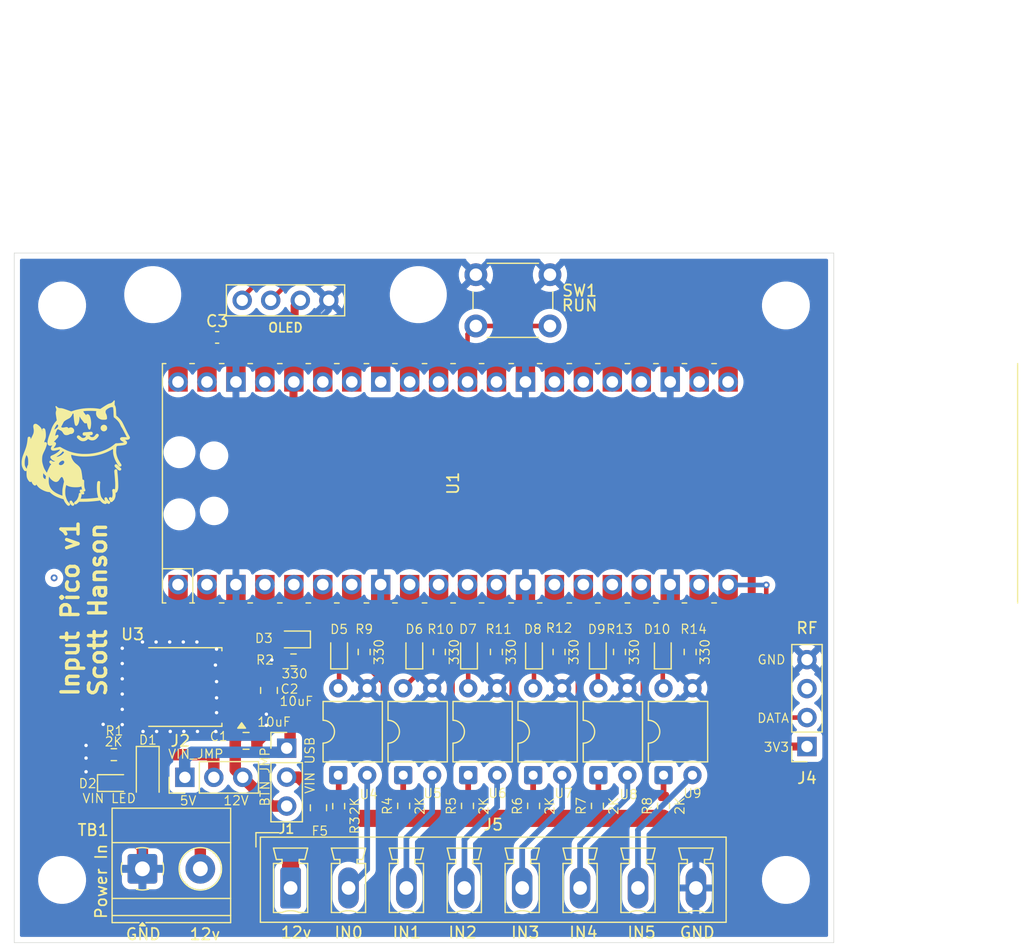
<source format=kicad_pcb>
(kicad_pcb (version 20241229) (generator "pcbnew") (generator_version "9.0")
  (title_block (title "Input Pico") (date "2025-04-08") (rev "v1") (company "Scott Hanson"))
  (layers (0 "F.Cu" signal) (2 "B.Cu" signal) (13 "F.Paste" user) (15 "B.Paste" user) (5 "F.SilkS" user "F.Silkscreen") (7 "B.SilkS" user "B.Silkscreen") (1 "F.Mask" user) (3 "B.Mask" user) (25 "Edge.Cuts" user))
  (net 0 "")
  (net 1 "GND")
  (net 2 "+5V")
  (net 3 "/VIN")
  (net 4 "VIN1")
  (net 5 "Net-(D2-K)")
  (net 6 "Net-(D3-A)")
  (net 7 "Net-(D3-K)")
  (net 8 "IO9")
  (net 9 "Net-(D5-A)")
  (net 10 "IO11")
  (net 11 "Net-(D6-A)")
  (net 12 "Net-(D7-A)")
  (net 13 "IO4")
  (net 14 "IO13")
  (net 15 "Net-(D8-A)")
  (net 16 "IO6")
  (net 17 "Net-(D9-A)")
  (net 18 "Net-(D10-A)")
  (net 19 "IO7")
  (net 20 "B_PWR")
  (net 21 "/Micro/SDA")
  (net 22 "+3V3")
  (net 23 "/Micro/SCL")
  (net 24 "IN3")
  (net 25 "IN4")
  (net 26 "IN5")
  (net 27 "IN0")
  (net 28 "IN2")
  (net 29 "IN1")
  (net 30 "Net-(R3-Pad2)")
  (net 31 "Net-(R4-Pad2)")
  (net 32 "Net-(R5-Pad2)")
  (net 33 "Net-(R6-Pad2)")
  (net 34 "Net-(R7-Pad2)")
  (net 35 "Net-(R8-Pad2)")
  (net 45 "Net-(J4-Pin_2)")
  (net 54 "Net-(U1-RUN)")
  (net 57 "unconnected-(U1-GPIO5-Pad7)")
  (net 58 "VIN2")
  (net 59 "/B_PWR_F")
  (footprint "LED_SMD:LED_0603_1608Metric" (layer "F.Cu") (at 123.3 130 90)
    (property "Reference" "D9")
    (property "Value" "LED_Small")
  )
  (footprint "Capacitor_SMD:C_0805_2012Metric" (layer "F.Cu") (at 94.45 133.375 -90)
    (property "Reference" "C2")
    (property "Value" "10uF")
  )
  (footprint "Resistor_SMD:R_0603_1608Metric" (layer "F.Cu") (at 80.84 139.01 180)
    (property "Reference" "R1")
    (property "Value" "2K")
  )
  (footprint "Resistor_SMD:R_0603_1608Metric" (layer "F.Cu") (at 117.665 143.505 90)
    (property "Reference" "R6")
    (property "Value" "2K")
  )
  (footprint "Resistor_SMD:R_0603_1608Metric" (layer "F.Cu") (at 102.8 130 90)
    (property "Reference" "R9")
    (property "Value" "330")
  )
  (footprint "LED_SMD:LED_0603_1608Metric" (layer "F.Cu") (at 117.7 130 90)
    (property "Reference" "D8")
    (property "Value" "LED_Small")
  )
  (footprint "MCU_RaspberryPi_and_Boards:RPi_Pico_W5500_SMD_TH" (layer "F.Cu") (at 110.6 115.2 90)
    (property "Reference" "U1")
    (property "Value" "Pico")
  )
  (footprint "Connector_PinHeader_2.54mm:PinHeader_1x03_P2.54mm_Vertical" (layer "F.Cu") (at 96 138.44)
    (property "Reference" "J1")
    (property "Value" "BTN_JMP")
  )
  (footprint "Capacitor_SMD:C_0805_2012Metric" (layer "F.Cu") (at 92.44 137.8)
    (property "Reference" "C1")
    (property "Value" "10uF")
  )
  (footprint "Scotts:chewi_15" (layer "F.Cu") (at 77.291295 111.396242)
    (property "Reference" "G***")
    (property "Value" "LOGO" (hide yes))
  )
  (footprint "Connector_PinSocket_2.54mm:PinSocket_1x04_P2.54mm_Vertical" (layer "F.Cu") (at 141.65 138.295 180)
    (property "Reference" "J4")
    (property "Value" "RF")
  )
  (footprint "Resistor_SMD:R_0603_1608Metric" (layer "F.Cu") (at 125.2 130 90)
    (property "Reference" "R13")
    (property "Value" "330")
  )
  (footprint "Resistor_SMD:R_0603_1608Metric" (layer "F.Cu") (at 96.6 130.7 180)
    (property "Reference" "R2")
    (property "Value" "330")
  )
  (footprint "Resistor_SMD:R_0603_1608Metric" (layer "F.Cu") (at 100.565 143.53 90)
    (property "Reference" "R3")
    (property "Value" "2K")
  )
  (footprint "MountingHole:MountingHole_3.7mm" (layer "F.Cu") (at 139.8 150)
    (property "Reference" "H4")
    (property "Value" "MountingHole")
  )
  (footprint "MountingHole:MountingHole_3.7mm" (layer "F.Cu") (at 139.8 99.6)
    (property "Reference" "H3")
    (property "Value" "MountingHole")
  )
  (footprint "MountingHole:MountingHole_3.7mm" (layer "F.Cu") (at 76.3 150)
    (property "Reference" "H2")
    (property "Value" "MountingHole")
  )
  (footprint "Resistor_SMD:R_0603_1608Metric" (layer "F.Cu") (at 131.4 130 90)
    (property "Reference" "R14")
    (property "Value" "330")
  )
  (footprint "Fuse:Fuse_0805_2012Metric" (layer "F.Cu") (at 98.79 143.67 90)
    (property "Reference" "F5")
    (property "Value" "Button_Fuse")
  )
  (footprint "Package_DIP:DIP-4_W7.62mm" (layer "F.Cu") (at 117.625 140.81 90)
    (property "Reference" "U7")
    (property "Value" "PC817")
  )
  (footprint "LED_SMD:LED_0603_1608Metric" (layer "F.Cu") (at 80.89 141.5)
    (property "Reference" "D2")
    (property "Value" "VIN LED")
  )
  (footprint "LED_SMD:LED_0603_1608Metric" (layer "F.Cu") (at 100.6 130 90)
    (property "Reference" "D5")
    (property "Value" "LED_Small")
  )
  (footprint "Package_DIP:DIP-4_W7.62mm" (layer "F.Cu") (at 111.925 140.805 90)
    (property "Reference" "U6")
    (property "Value" "PC817")
  )
  (footprint "Package_DIP:DIP-4_W7.62mm" (layer "F.Cu") (at 106.225 140.805 90)
    (property "Reference" "U5")
    (property "Value" "PC817")
  )
  (footprint "Resistor_SMD:R_0603_1608Metric" (layer "F.Cu") (at 109.4 130 90)
    (property "Reference" "R10")
    (property "Value" "330")
  )
  (footprint "TerminalBlock_Phoenix:TerminalBlock_Phoenix_MKDS-1,5-2-5.08_1x02_P5.08mm_Horizontal" (layer "F.Cu") (at 83.345 149.025)
    (property "Reference" "TB1")
    (property "Value" "Power In")
  )
  (footprint "Resistor_SMD:R_0603_1608Metric" (layer "F.Cu") (at 119.9 130 90)
    (property "Reference" "R12")
    (property "Value" "330")
  )
  (footprint "Package_DIP:DIP-4_W7.62mm" (layer "F.Cu") (at 123.35 140.81 90)
    (property "Reference" "U8")
    (property "Value" "PC817")
  )
  (footprint "Resistor_SMD:R_0603_1608Metric" (layer "F.Cu") (at 111.865 143.505 90)
    (property "Reference" "R5")
    (property "Value" "2K")
  )
  (footprint "Resistor_SMD:R_0603_1608Metric" (layer "F.Cu") (at 114.4 130 90)
    (property "Reference" "R11")
    (property "Value" "330")
  )
  (footprint "MountingHole:MountingHole_3.7mm" (layer "F.Cu") (at 76.3 99.6)
    (property "Reference" "H1")
    (property "Value" "MountingHole")
  )
  (footprint "Package_DIP:DIP-4_W7.62mm" (layer "F.Cu") (at 129.065 140.805 90)
    (property "Reference" "U9")
    (property "Value" "PC817")
  )
  (footprint "LED_SMD:LED_0603_1608Metric" (layer "F.Cu") (at 107.2 130 90)
    (property "Reference" "D6")
    (property "Value" "LED_Small")
  )
  (footprint "Resistor_SMD:R_0603_1608Metric" (layer "F.Cu") (at 123.265 143.505 90)
    (property "Reference" "R7")
    (property "Value" "2K")
  )
  (footprint "Diode_SMD:D_SOD-123" (layer "F.Cu") (at 83.81 140.6525 -90)
    (property "Reference" "D1" (hide yes))
    (property "Value" "B5819W")
  )
  (footprint "Resistor_SMD:R_0603_1608Metric" (layer "F.Cu") (at 129.065 143.505 90)
    (property "Reference" "R8")
    (property "Value" "2K")
  )
  (footprint "Connector_Phoenix_MC_HighVoltage:PhoenixContact_MCV_1,5_8-G-5.08_1x08_P5.08mm_Vertical" (layer "F.Cu") (at 96.345 150.705)
    (property "Reference" "J5")
    (property "Value" "Buttons")
  )
  (footprint "Button_Switch_THT:SW_PUSH_6mm" (layer "F.Cu") (at 119.1 101.4 180)
    (property "Reference" "SW1")
    (property "Value" "RUN")
  )
  (footprint "Capacitor_SMD:C_0603_1608Metric" (layer "F.Cu") (at 89.9 102.4)
    (property "Reference" "C3")
    (property "Value" "0.1uF")
  )
  (footprint "Connector_PinHeader_2.54mm:PinHeader_1x03_P2.54mm_Vertical" (layer "F.Cu") (at 87.07 141 90)
    (property "Reference" "J2")
    (property "Value" "VIN_JMP")
  )
  (footprint "LED_SMD:LED_0603_1608Metric" (layer "F.Cu") (at 96.6 128.9 180)
    (property "Reference" "D3")
    (property "Value" "LED")
  )
  (footprint "Resistor_SMD:R_0603_1608Metric" (layer "F.Cu") (at 106.265 143.505 90)
    (property "Reference" "R4")
    (property "Value" "2K")
  )
  (footprint "Package_TO_SOT_SMD:TO-252-2" (layer "F.Cu") (at 87.01 133.075 180)
    (property "Reference" "U3")
    (property "Value" "L7805")
  )
  (footprint "OLED-SSD1306-128X64-I2C:OLED-SSD1306-128X64-I2C-THT" (layer "F.Cu") (at 95.9 99.15 180)
    (property "Reference" "J3" (hide yes))
    (property "Value" "OLED")
  )
  (footprint "LED_SMD:LED_0603_1608Metric" (layer "F.Cu") (at 112 130 90)
    (property "Reference" "D7")
    (property "Value" "LED_Small")
  )
  (footprint "Package_DIP:DIP-4_W7.62mm" (layer "F.Cu") (at 100.525 140.805 90)
    (property "Reference" "U4")
    (property "Value" "PC817")
  )
  (footprint "LED_SMD:LED_0603_1608Metric" (layer "F.Cu") (at 129 130 90)
    (property "Reference" "D10")
    (property "Value" "LED_Small")
  )
  (gr_line (start 144 155.5) (end 72.1 155.5) (stroke (width 0.05)) (layer "Edge.Cuts"))
  (gr_line (start 72.1 95) (end 144 95) (stroke (width 0.05)) (layer "Edge.Cuts"))
  (gr_line (start 144 95) (end 144 155.5) (stroke (width 0.05)) (layer "Edge.Cuts"))
  (gr_line (start 72.1 155.5) (end 72.1 95) (stroke (width 0.05)) (layer "Edge.Cuts"))
  (gr_text "VIN" (at 98.51 142.5 90) (layer "F.SilkS") (effects (font (size 0.8 0.8) (thickness 0.1)) (justify left bottom)))
  (gr_text "IN5" (at 125.8 155.2 0) (layer "F.SilkS") (effects (font (size 1 1)) (justify left bottom)))
  (gr_text "5V" (at 86.56 143.52 0) (layer "F.SilkS") (effects (font (size 0.8 0.8) (thickness 0.1)) (justify left bottom)))
  (gr_text "GND" (at 81.8 155.35 0) (layer "F.SilkS") (effects (font (size 1 1)) (justify left bottom)))
  (gr_text "DATA" (at 137.225 136.275 0) (layer "F.SilkS") (effects (font (size 0.8 0.8) (thickness 0.1)) (justify left bottom)))
  (gr_text "IN3" (at 115.6 155.2 0) (layer "F.SilkS") (effects (font (size 1 1)) (justify left bottom)))
  (gr_text "12V" (at 90.39 143.51 0) (layer "F.SilkS") (effects (font (size 0.8 0.8) (thickness 0.1)) (justify left bottom)))
  (gr_text "GND" (at 137.25 131.15 0) (layer "F.SilkS") (effects (font (size 0.8 0.8) (thickness 0.1)) (justify left bottom)))
  (gr_text "IN0" (at 100.1 155.2 0) (layer "F.SilkS") (effects (font (size 1 1)) (justify left bottom)))
  (gr_text "IN2" (at 110.1 155.2 0) (layer "F.SilkS") (effects (font (size 1 1)) (justify left bottom)))
  (gr_text "12v" (at 95.4 155.2 0) (layer "F.SilkS") (effects (font (size 1 1)) (justify left bottom)))
  (gr_text "IN1" (at 105.2 155.2 0) (layer "F.SilkS") (effects (font (size 1 1)) (justify left bottom)))
  (gr_text "IN4" (at 120.7 155.2 0) (layer "F.SilkS") (effects (font (size 1 1)) (justify left bottom)))
  (gr_text "USB" (at 98.5 139.91 90) (layer "F.SilkS") (effects (font (size 0.8 0.8) (thickness 0.1)) (justify left bottom)))
  (gr_text "${TITLE} ${REVISION}\n${COMPANY}" (at 80.31 134.05 90) (layer "F.SilkS") (effects (font (size 1.5 1.5) (thickness 0.3) (bold yes)) (justify left bottom)))
  (gr_text "3V3" (at 137.8 138.825 0) (layer "F.SilkS") (effects (font (size 0.8 0.8) (thickness 0.1)) (justify left bottom)))
  (gr_text "12v" (at 87.4 155.35 0) (layer "F.SilkS") (effects (font (size 1 1)) (justify left bottom)))
  (gr_text "GND" (at 130.4 155.2 0) (layer "F.SilkS") (effects (font (size 1 1)) (justify left bottom)))
  (via (at 75.6 123.5) (size 0.6) (drill 0.3) (layers "F.Cu" "B.Cu") (net 0))
  (segment (start 81.65 137.46) (end 81.65 138.995) (width 1) (layer "F.Cu") (net 1))
  (segment (start 83.345 147.185) (end 78.4 142.24) (width 1) (layer "F.Cu") (net 1))
  (segment (start 85.95 130.9) (end 83.8 130.9) (width 1) (layer "F.Cu") (net 1))
  (segment (start 81.65 138.995) (end 81.665 139.01) (width 1) (layer "F.Cu") (net 1))
  (segment (start 81.55 136.35) (end 81.65 136.45) (width 1) (layer "F.Cu") (net 1))
  (segment (start 81.65 133.85) (end 81.65 135.925) (width 1) (layer "F.Cu") (net 1))
  (segment (start 78.4 139.31) (end 78.4 138.2) (width 1) (layer "F.Cu") (net 1))
  (segment (start 78.4 142.24) (end 78.4 140.51) (width 1) (layer "F.Cu") (net 1))
  (segment (start 93.39 137.8) (end 93.47 137.8) (width 1) (layer "F.Cu") (net 1))
  (segment (start 91.54 106.3) (end 91.54 103.265) (width 1) (layer "F.Cu") (net 1))
  (segment (start 78.4 138.2) (end 78.4 137.21) (width 1) (layer "F.Cu") (net 1))
  (segment (start 91.54 103.265) (end 90.675 102.4) (width 1) (layer "F.Cu") (net 1))
  (segment (start 83.7 131.8) (end 81.65 133.85) (width 1) (layer "F.Cu") (net 1))
  (segment (start 78.4 137.21) (end 79.26 136.35) (width 1) (layer "F.Cu") (net 1))
  (segment (start 91.55 106.31) (end 91.54 106.3) (width 1) (layer "F.Cu") (net 1))
  (segment (start 81.65 135.925) (end 81.65 137.46) (width 1) (layer "F.Cu") (net 1))
  (segment (start 83.7 131) (end 83.7 131.8) (width 1) (layer "F.Cu") (net 1))
  (segment (start 93.47 137.8) (end 94.22 137.05) (width 1) (layer "F.Cu") (net 1))
  (segment (start 94.7 130.7) (end 95.775 130.7) (width 1) (layer "F.Cu") (net 1))
  (segment (start 78.4 140.51) (end 78.4 139.31) (width 1) (layer "F.Cu") (net 1))
  (segment (start 94.22 137.05) (end 94.22 136.44) (width 1) (layer "F.Cu") (net 1))
  (segment (start 81.65 136.45) (end 81.65 137.46) (width 1) (layer "F.Cu") (net 1))
  (segment (start 79.26 136.35) (end 79.9 136.35) (width 1) (layer "F.Cu") (net 1))
  (segment (start 79.9 136.35) (end 81.55 136.35) (width 1) (layer "F.Cu") (net 1))
  (segment (start 94.22 136.44) (end 94.22 135.46) (width 1) (layer "F.Cu") (net 1))
  (segment (start 83.8 130.9) (end 83.7 131) (width 1) (layer "F.Cu") (net 1))
  (segment (start 94.22 135.46) (end 94.22 134.555) (width 1) (layer "F.Cu") (net 1))
  (segment (start 94.22 134.555) (end 94.45 134.325) (width 1) (layer "F.Cu") (net 1))
  (segment (start 83.345 149.025) (end 83.345 147.185) (width 1) (layer "F.Cu") (net 1))
  (via (at 89.75 131.15) (size 0.6) (drill 0.3) (layers "F.Cu" "B.Cu") (net 1))
  (via (at 89.85 129.75) (size 0.6) (drill 0.3) (layers "F.Cu" "B.Cu") (net 1))
  (via (at 89.775 136.975) (size 0.6) (drill 0.3) (layers "F.Cu" "B.Cu") (net 1))
  (via (at 86.98125 136.975) (size 0.6) (drill 0.3) (layers "F.Cu" "B.Cu") (net 1))
  (via (at 81.575 136.375) (size 0.6) (drill 0.3) (layers "F.Cu" "B.Cu") (net 1))
  (via (at 78.4 140.51) (size 0.6) (drill 0.3) (layers "F.Cu" "B.Cu") (net 1))
  (via (at 83.4 136.975) (size 0.6) (drill 0.3) (layers "F.Cu" "B.Cu") (net 1))
  (via (at 81.575 135.035) (size 0.6) (drill 0.3) (layers "F.Cu" "B.Cu") (net 1))
  (via (at 89.85 132.6) (size 0.6) (drill 0.3) (layers "F.Cu" "B.Cu") (net 1))
  (via (at 84.54375 129.125) (size 0.6) (drill 0.3) (layers "F.Cu" "B.Cu") (net 1))
  (via (at 79.9 136.35) (size 0.6) (drill 0.3) (layers "F.Cu" "B.Cu") (net 1))
  (via (at 84.59375 136.975) (size 0.6) (drill 0.3) (layers "F.Cu" "B.Cu") (net 1))
  (via (at 81.575 132.355) (size 0.6) (drill 0.3) (layers "F.Cu" "B.Cu") (net 1))
  (via (at 86.93125 129.125) (size 0.6) (drill 0.3) (layers "F.Cu" "B.Cu") (net 1))
  (via (at 83.35 129.125) (size 0.6) (drill 0.3) (layers "F.Cu" "B.Cu") (net 1))
  (via (at 81.575 131.015) (size 0.6) (drill 0.3) (layers "F.Cu" "B.Cu") (net 1))
  (via (at 88.125 129.125) (size 0.6) (drill 0.3) (layers "F.Cu" "B.Cu") (net 1))
  (via (at 88.175 136.975) (size 0.6) (drill 0.3) (layers "F.Cu" "B.Cu") (net 1))
  (via (at 94.22 136.44) (size 0.6) (drill 0.3) (layers "F.Cu" "B.Cu") (net 1))
  (via (at 78.4 139.31) (size 0.6) (drill 0.3) (layers "F.Cu" "B.Cu") (net 1))
  (via (at 78.4 138.2) (size 0.6) (drill 0.3) (layers "F.Cu" "B.Cu") (net 1))
  (via (at 89.85 134.025) (size 0.6) (drill 0.3) (layers "F.Cu" "B.Cu") (net 1))
  (via (at 94.7 130.7) (size 0.6) (drill 0.3) (layers "F.Cu" "B.Cu") (net 1))
  (via (at 81.575 133.695) (size 0.6) (drill 0.3) (layers "F.Cu" "B.Cu") (net 1))
  (via (at 85.7875 136.975) (size 0.6) (drill 0.3) (layers "F.Cu" "B.Cu") (net 1))
  (via (at 94.22 135.46) (size 0.6) (drill 0.3) (layers "F.Cu" "B.Cu") (net 1))
  (via (at 81.575 129.675) (size 0.6) (drill 0.3) (layers "F.Cu" "B.Cu") (net 1))
  (via (at 89.85 135.325) (size 0.6) (drill 0.3) (layers "F.Cu" "B.Cu") (net 1))
  (via (at 85.7375 129.125) (size 0.6) (drill 0.3) (layers "F.Cu" "B.Cu") (net 1))
  (segment (start 135.65 140.85) (end 135.65 137.23) (width 0.5) (layer "B.Cu") (net 1))
  (segment (start 125.89 133.21) (end 125.89 133.19) (width 0.5) (layer "B.Cu") (net 1))
  (segment (start 91.55 101.85) (end 91.55 106.31) (width 0.5) (layer "B.Cu") (net 1))
  (segment (start 108.785 133.185) (end 111.05 135.45) (width 0.5) (layer "B.Cu") (net 1))
  (segment (start 99.7 99.15) (end 99.7 100) (width 0.5) (layer "B.Cu") (net 1))
  (segment (start 89.75 131.15) (end 83.92 136.98) (width 0.5) (layer "B.Cu") (net 1))
  (segment (start 95.725 135) (end 95.265 135.46) (width 0.5) (layer "B.Cu") (net 1))
  (segment (start 104.25 132) (end 103.065 133.185) (width 0.5) (layer "B.Cu") (net 1))
  (segment (start 106.4 135.55) (end 108.765 133.185) (width 0.5) (layer "B.Cu") (net 1))
  (segment (start 94.22 131.18) (end 94.7 130.7) (width 0.5) (layer "B.Cu") (net 1))
  (segment (start 117 100.8) (end 116.95 100.85) (width 0.5) (layer "B.Cu") (net 1))
  (segment (start 114.535 133.185) (end 116.85 135.5) (width 0.5) (layer "B.Cu") (net 1))
  (segment (start 104.25 124.09) (end 104.25 132) (width 0.5) (layer "B.Cu") (net 1))
  (segment (start 129.75 131.35) (end 129.75 124.19) (width 0.5) (layer "B.Cu") (net 1))
  (segment (start 116.95 124.09) (end 116.95 106.31) (width 0.5) (layer "B.Cu") (net 1))
  (segment (start 131.585 133.185) (end 129.75 131.35) (width 0.5) (layer "B.Cu") (net 1))
  (segment (start 88.125 129.125) (end 90.075 129.125) (width 0.5) (layer "B.Cu") (net 1))
  (segment (start 112.6 96.9) (end 113.85 98.15) (width 0.5) (layer "B.Cu") (net 1))
  (segment (start 113.85 98.15) (end 115.95 98.15) (width 0.5) (layer "B.Cu") (net 1))
  (segment (start 103.065 133.185) (end 105.43 135.55) (width 0.5) (layer "B.Cu") (net 1))
  (segment (start 101.275 134.975) (end 98.225 134.975) (width 0.5) (layer "B.Cu") (net 1))
  (segment (start 135.65 137.23) (end 131.605 133.185) (width 0.5) (layer "B.Cu") (net 1))
  (segment (start 114.465 133.185) (end 114.535 133.185) (width 0.5) (layer "B.Cu") (net 1))
  (segment (start 115.95 98.15) (end 116.95 99.15) (width 0.5) (layer "B.Cu") (net 1))
  (segment (start 119.1 96.9) (end 119.1 97) (width 0.5) (layer "B.Cu") (net 1))
  (segment (start 129.65 106.31) (end 129.65 124.09) (width 0.5) (layer "B.Cu") (net 1))
  (segment (start 83.4 136.975) (end 94.22 136.975) (width 0.5) (layer "B.Cu") (net 1))
  (segment (start 122.5 135.55) (end 123.55 135.55) (width 0.5) (layer "B.Cu") (net 1))
  (segment (start 105.43 135.55) (end 106.4 135.55) (width 0.5) (layer "B.Cu") (net 1))
  (segment (start 117 99.1) (end 117 100.8) (width 0.5) (layer "B.Cu") (net 1))
  (segment (start 103.065 133.185) (end 101.275 134.975) (width 0.5) (layer "B.Cu") (net 1))
  (segment (start 95.265 135.46) (end 94.22 135.46) (width 0.5) (layer "B.Cu") (net 1))
  (segment (start 123.55 135.55) (end 125.89 133.21) (width 0.5) (layer "B.Cu") (net 1))
  (segment (start 91.55 127.55) (end 91.55 124.09) (width 0.5) (layer "B.Cu") (net 1))
  (segment (start 131.605 133.185) (end 131.605 133.195) (width 0.5) (layer "B.Cu") (net 1))
  (segment (start 83.405 136.98) (end 83.4 136.975) (width 0.5) (layer "B.Cu") (net 1))
  (segment (start 116.95 99.15) (end 116.95 106.31) (width 0.5) (layer "B.Cu") (net 1))
  (segment (start 117.85 135.5) (end 120.16 133.19) (width 0.5) (layer "B.Cu") (net 1))
  (segment (start 98.2 135) (end 95.725 135) (width 0.5) (layer "B.Cu") (net 1))
  (segment (start 131.905 150.705) (end 131.905 153.595) (width 0.5) (layer "B.Cu") (net 1))
  (segment (start 119.1 97) (end 117 99.1) (width 0.5) (layer "B.Cu") (net 1))
  (segment (start 83.41 136.985) (end 83.4 136.975) (width 0.5) (layer "B.Cu") (net 1))
  (segment (start 131.905 144.595) (end 135.65 140.85) (width 0.5) (layer "B.Cu") (net 1))
  (segment (start 99.7 100) (end 97.85 101.85) (width 0.5) (layer "B.Cu") (net 1))
  (segment (start 90.075 129.125) (end 91.55 127.65) (width 0.5) (layer "B.Cu") (net 1))
  (segment (start 131.35 154.15) (end 83.41 154.15) (width 0.5) (layer "B.Cu") (net 1))
  (segment (start 83.41 154.15) (end 83.41 136.985) (width 0.5) (layer "B.Cu") (net 1))
  (segment (start 120.165 133.215) (end 122.5 135.55) (width 0.5) (layer "B.Cu") (net 1))
  (segment (start 94.22 136.975) (end 94.22 131.18) (width 0.5) (layer "B.Cu") (net 1))
  (segment (start 131.905 153.595) (end 131.35 154.15) (width 0.5) (layer "B.Cu") (net 1))
  (segment (start 97.85 101.85) (end 91.55 101.85) (width 0.5) (layer "B.Cu") (net 1))
  (segment (start 98.225 134.975) (end 98.2 135) (width 0.5) (layer "B.Cu") (net 1))
  (segment (start 131.605 133.195) (end 129.25 135.55) (width 0.5) (layer "B.Cu") (net 1))
  (segment (start 129.25 135.55) (end 128.25 135.55) (width 0.5) (layer "B.Cu") (net 1))
  (segment (start 116.95 130.7) (end 114.465 133.185) (width 0.5) (layer "B.Cu") (net 1))
  (segment (start 94.7 130.7) (end 91.55 127.55) (width 0.5) (layer "B.Cu") (net 1))
  (segment (start 116.95 124.09) (end 116.95 130.7) (width 0.5) (layer "B.Cu") (net 1))
  (segment (start 112.2 135.45) (end 114.465 133.185) (width 0.5) (layer "B.Cu") (net 1))
  (segment (start 131.905 150.705) (end 131.905 144.595) (width 0.5) (layer "B.Cu") (net 1))
  (segment (start 129.75 124.19) (end 129.65 124.09) (width 0.5) (layer "B.Cu") (net 1))
  (segment (start 120.165 133.19) (end 120.165 133.215) (width 0.5) (layer "B.Cu") (net 1))
  (segment (start 120.16 133.19) (end 120.165 133.19) (width 0.5) (layer "B.Cu") (net 1))
  (segment (start 111.05 135.45) (end 112.2 135.45) (width 0.5) (layer "B.Cu") (net 1))
  (segment (start 88.125 129.275) (end 89.75 130.9) (width 0.5) (layer "B.Cu") (net 1))
  (segment (start 83.92 136.98) (end 83.405 136.98) (width 0.5) (layer "B.Cu") (net 1))
  (segment (start 88.125 129.125) (end 88.125 129.275) (width 0.5) (layer "B.Cu") (net 1))
  (segment (start 116.85 135.5) (end 117.85 135.5) (width 0.5) (layer "B.Cu") (net 1))
  (segment (start 89.75 130.9) (end 89.75 131.15) (width 0.5) (layer "B.Cu") (net 1))
  (segment (start 91.55 127.65) (end 91.55 124.09) (width 0.5) (layer "B.Cu") (net 1))
  (segment (start 108.765 133.185) (end 108.785 133.185) (width 0.5) (layer "B.Cu") (net 1))
  (segment (start 91.55 106.31) (end 91.55 124.09) (width 0.5) (layer "B.Cu") (net 1))
  (segment (start 128.25 135.55) (end 125.89 133.19) (width 0.5) (layer "B.Cu") (net 1))
  (segment (start 131.605 133.185) (end 131.585 133.185) (width 0.5) (layer "B.Cu") (net 1))
  (segment (start 89 106.3) (end 89 102.525) (width 1) (layer "F.Cu") (net 2))
  (segment (start 89.01 106.31) (end 89 106.3) (width 1) (layer "F.Cu") (net 2))
  (segment (start 96.3 133.05) (end 96.3 138.25) (width 1) (layer "F.Cu") (net 2))
  (segment (start 92.1 132.425) (end 92.05 132.375) (width 1) (layer "F.Cu") (net 2))
  (segment (start 94.45 132.425) (end 92.1 132.425) (width 1) (layer "F.Cu") (net 2))
  (segment (start 92.05 132.375) (end 92.05 130.795) (width 1) (layer "F.Cu") (net 2))
  (segment (start 84.3 127.6) (end 83.4 126.7) (width 1) (layer "F.Cu") (net 2))
  (segment (start 96.11 138.44) (end 96 138.44) (width 1) (layer "F.Cu") (net 2))
  (segment (start 84.5 102.4) (end 89.125 102.4) (width 1) (layer "F.Cu") (net 2))
  (segment (start 92.05 128.75) (end 90.9 127.6) (width 1) (layer "F.Cu") (net 2))
  (segment (start 92.05 130.795) (end 92.05 128.75) (width 1) (layer "F.Cu") (net 2))
  (segment (start 95.675 132.425) (end 96.3 133.05) (width 1) (layer "F.Cu") (net 2))
  (segment (start 90.9 127.6) (end 84.3 127.6) (width 1) (layer "F.Cu") (net 2))
  (segment (start 83.4 103.5) (end 84.5 102.4) (width 1) (layer "F.Cu") (net 2))
  (segment (start 94.45 132.425) (end 95.675 132.425) (width 1) (layer "F.Cu") (net 2))
  (segment (start 83.4 126.7) (end 83.4 103.5) (width 1) (layer "F.Cu") (net 2))
  (segment (start 89 102.525) (end 89.125 102.4) (width 1) (layer "F.Cu") (net 2))
  (segment (start 96.3 138.25) (end 96.11 138.44) (width 1) (layer "F.Cu") (net 2))
  (segment (start 96 138.44) (end 95.64 138.8) (width 1) (layer "B.Cu") (net 2))
  (segment (start 87.05 139.43) (end 87.05 140.98) (width 1) (layer "B.Cu") (net 2))
  (segment (start 87.68 138.8) (end 87.05 139.43) (width 1) (layer "B.Cu") (net 2))
  (segment (start 95.64 138.8) (end 87.68 138.8) (width 1) (layer "B.Cu") (net 2))
  (segment (start 87.05 140.98) (end 87.07 141) (width 1) (layer "B.Cu") (net 2))
  (segment (start 83.8175 139.01) (end 83.81 139.0025) (width 1) (layer "F.Cu") (net 3))
  (segment (start 89.61 141) (end 89.61 139.42) (width 1) (layer "F.Cu") (net 3))
  (segment (start 89.61 139.42) (end 89.2 139.01) (width 1) (layer "F.Cu") (net 3))
  (segment (start 89.2 139.01) (end 83.8175 139.01) (width 1) (layer "F.Cu") (net 3))
  (segment (start 88.425 149.025) (end 88.425 149.335) (width 1) (layer "F.Cu") (net 4))
  (segment (start 83.0075 141.5) (end 83.81 142.3025) (width 1) (layer "F.Cu") (net 4))
  (segment (start 88.425 146.935) (end 88.425 149.025) (width 1) (layer "F.Cu") (net 4))
  (segment (start 83.81 142.3025) (end 83.81 142.32) (width 1) (layer "F.Cu") (net 4))
  (segment (start 83.81 142.32) (end 88.425 146.935) (width 1) (layer "F.Cu") (net 4))
  (segment (start 81.6775 141.5) (end 83.0075 141.5) (width 1) (layer "F.Cu") (net 4))
  (segment (start 80.015 141.4125) (end 80.1025 141.5) (width 0.4) (layer "F.Cu") (net 5))
  (segment (start 80.015 139.01) (end 80.015 141.4125) (width 0.4) (layer "F.Cu") (net 5))
  (segment (start 94.1 128.2) (end 94.1 124.1) (width 0.5) (layer "F.Cu") (net 6))
  (segment (start 95.8125 128.9) (end 94.8 128.9) (width 0.5) (layer "F.Cu") (net 6))
  (segment (start 94.8 128.9) (end 94.1 128.2) (width 0.5) (layer "F.Cu") (net 6))
  (segment (start 94.1 124.1) (end 94.09 124.09) (width 0.4) (layer "F.Cu") (net 6))
  (segment (start 97.3875 130.6625) (end 97.425 130.7) (width 0.5) (layer "F.Cu") (net 7))
  (segment (start 97.3875 128.9) (end 97.3875 130.6625) (width 0.5) (layer "F.Cu") (net 7))
  (segment (start 114.41 127.11) (end 114.41 124.09) (width 0.4) (layer "F.Cu") (net 8))
  (segment (start 116.7875 130.7875) (end 116.1 130.1) (width 0.4) (layer "F.Cu") (net 8))
  (segment (start 116.1 128.8) (end 114.41 127.11) (width 0.4) (layer "F.Cu") (net 8))
  (segment (start 117.7 133.115) (end 117.625 133.19) (width 0.4) (layer "F.Cu") (net 8))
  (segment (start 117.7 130.7875) (end 116.7875 130.7875) (width 0.4) (layer "F.Cu") (net 8))
  (segment (start 117.7 130.7875) (end 117.7 133.115) (width 0.4) (layer "F.Cu") (net 8))
  (segment (start 116.1 130.1) (end 116.1 128.8) (width 0.4) (layer "F.Cu") (net 8))
  (segment (start 100.8875 129.2125) (end 100.6 129.2125) (width 0.4) (layer "F.Cu") (net 9))
  (segment (start 100.9 129.2) (end 100.8875 129.2125) (width 0.4) (layer "F.Cu") (net 9))
  (segment (start 102.8 129.175) (end 102.55 129.175) (width 0.4) (layer "F.Cu") (net 9))
  (segment (start 102.55 129.175) (end 102.525 129.2) (width 0.4) (layer "F.Cu") (net 9))
  (segment (start 102.525 129.2) (end 100.9 129.2) (width 0.4) (layer "F.Cu") (net 9))
  (segment (start 122.9 130.7875) (end 122.8875 130.8) (width 0.4) (layer "F.Cu") (net 10))
  (segment (start 122.4 130.8) (end 122 130.4) (width 0.4) (layer "F.Cu") (net 10))
  (segment (start 123.35 133.19) (end 123.3 133.14) (width 0.4) (layer "F.Cu") (net 10))
  (segment (start 122.8875 130.8) (end 122.4 130.8) (width 0.4) (layer "F.Cu") (net 10))
  (segment (start 123.3 130.875) (end 123.2125 130.7875) (width 0.4) (layer "F.Cu") (net 10))
  (segment (start 123.3 133.14) (end 123.3 130.875) (width 0.4) (layer "F.Cu") (net 10))
  (segment (start 123.3 130.7875) (end 122.9 130.7875) (width 0.4) (layer "F.Cu") (net 10))
  (segment (start 123.2125 130.7875) (end 123.3 130.7875) (width 0.4) (layer "F.Cu") (net 10))
  (segment (start 122 124.12) (end 122.03 124.09) (width 0.4) (layer "F.Cu") (net 10))
  (segment (start 122 130.4) (end 122 124.12) (width 0.4) (layer "F.Cu") (net 10))
  (segment (start 108.975 129.2) (end 107.2125 129.2) (width 0.4) (layer "F.Cu") (net 11))
  (segment (start 109 129.175) (end 108.975 129.2) (width 0.4) (layer "F.Cu") (net 11))
  (segment (start 109.4 129.175) (end 109 129.175) (width 0.4) (layer "F.Cu") (net 11))
  (segment (start 107.2125 129.2) (end 107.2 129.2125) (width 0.4) (layer "F.Cu") (net 11))
  (segment (start 114 129.175) (end 113.975 129.2) (width 0.4) (layer "F.Cu") (net 12))
  (segment (start 114.4 129.175) (end 114 129.175) (width 0.4) (layer "F.Cu") (net 12))
  (segment (start 112.0125 129.2) (end 112 129.2125) (width 0.4) (layer "F.Cu") (net 12))
  (segment (start 113.975 129.2) (end 112.0125 129.2) (width 0.4) (layer "F.Cu") (net 12))
  (segment (start 100.6 133.11) (end 100.525 133.185) (width 0.4) (layer "F.Cu") (net 13))
  (segment (start 100.5875 130.8) (end 100.6 130.7875) (width 0.4) (layer "F.Cu") (net 13))
  (segment (start 99.2 124.12) (end 99.2 130.3) (width 0.4) (layer "F.Cu") (net 13))
  (segment (start 99.7 130.8) (end 100.5875 130.8) (width 0.4) (layer "F.Cu") (net 13))
  (segment (start 100.6 130.7875) (end 100.6 133.11) (width 0.4) (layer "F.Cu") (net 13))
  (segment (start 99.17 124.09) (end 99.2 124.12) (width 0.4) (layer "F.Cu") (net 13))
  (segment (start 99.2 130.3) (end 99.7 130.8) (width 0.4) (layer "F.Cu") (net 13))
  (segment (start 127.1 129.9) (end 127.1 124.1) (width 0.4) (layer "F.Cu") (net 14))
  (segment (start 129 130.7875) (end 128.9875 130.8) (width 0.4) (layer "F.Cu") (net 14))
  (segment (start 127.1 124.1) (end 127.11 124.09) (width 0.4) (layer "F.Cu") (net 14))
  (segment (start 129 130.7875) (end 129 133.12) (width 0.4) (layer "F.Cu") (net 14))
  (segment (start 128.9875 130.8) (end 128 130.8) (width 0.4) (layer "F.Cu") (net 14))
  (segment (start 129 133.12) (end 129.065 133.185) (width 0.4) (layer "F.Cu") (net 14))
  (segment (start 128 130.8) (end 127.1 129.9) (width 0.4) (layer "F.Cu") (net 14))
  (segment (start 117.7125 129.2) (end 117.7 129.2125) (width 0.4) (layer "F.Cu") (net 15))
  (segment (start 119.9 129.175) (end 119.1 129.175) (width 0.4) (layer "F.Cu") (net 15))
  (segment (start 119.1 129.175) (end 119.075 129.2) (width 0.4) (layer "F.Cu") (net 15))
  (segment (start 119.075 129.2) (end 117.7125 129.2) (width 0.4) (layer "F.Cu") (net 15))
  (segment (start 107.2 132.21) (end 106.225 133.185) (width 0.4) (layer "F.Cu") (net 16))
  (segment (start 106.79 127.11) (end 106.79 124.09) (width 0.4) (layer "F.Cu") (net 16))
  (segment (start 106 127.9) (end 106.79 127.11) (width 0.4) (layer "F.Cu") (net 16))
  (segment (start 107.2 130.7875) (end 107.2 132.21) (width 0.4) (layer "F.Cu") (net 16))
  (segment (start 107.2 130.7875) (end 106.3875 130.7875) (width 0.4) (layer "F.Cu") (net 16))
  (segment (start 106.3875 130.7875) (end 106 130.4) (width 0.4) (layer "F.Cu") (net 16))
  (segment (start 106 130.4) (end 106 127.9) (width 0.4) (layer "F.Cu") (net 16))
  (segment (start 124.9 129.175) (end 124.8625 129.2125) (width 0.4) (layer "F.Cu") (net 17))
  (segment (start 124.8625 129.2125) (end 123.3 129.2125) (width 0.4) (layer "F.Cu") (net 17))
  (segment (start 125.2 129.175) (end 124.9 129.175) (width 0.4) (layer "F.Cu") (net 17))
  (segment (start 129.0375 129.175) (end 129 129.2125) (width 0.4) (layer "F.Cu") (net 18))
  (segment (start 131.4 129.175) (end 129.0375 129.175) (width 0.4) (layer "F.Cu") (net 18))
  (segment (start 110.7 130.2) (end 110.7 128.4) (width 0.4) (layer "F.Cu") (net 19))
  (segment (start 112 130.7875) (end 111.2875 130.7875) (width 0.4) (layer "F.Cu") (net 19))
  (segment (start 109.33 127.03) (end 109.33 124.09) (width 0.4) (layer "F.Cu") (net 19))
  (segment (start 110.7 128.4) (end 109.33 127.03) (width 0.4) (layer "F.Cu") (net 19))
  (segment (start 111.2875 130.7875) (end 110.7 130.2) (width 0.4) (layer "F.Cu") (net 19))
  (segment (start 111.925 130.8625) (end 112 130.7875) (width 0.4) (layer "F.Cu") (net 19))
  (segment (start 111.925 133.185) (end 111.925 130.8625) (width 0.4) (layer "F.Cu") (net 19))
  (segment (start 96.345 150.705) (end 96.345 147.0525) (width 1.5) (layer "F.Cu") (net 20))
  (segment (start 96.345 147.0525) (end 98.79 144.6075) (width 1.5) (layer "F.Cu") (net 20))
  (segment (start 98.79 144.6075) (end 98.805 144.6075) (width 1.5) (layer "F.Cu") (net 20))
  (segment (start 98.8125 144.6) (end 129.0325 144.6) (width 1.5) (layer "F.Cu") (net 20))
  (segment (start 128.89 144.505) (end 129.065 144.33) (width 1) (layer "F.Cu") (net 20))
  (segment (start 98.805 144.6075) (end 98.8125 144.6) (width 1.5) (layer "F.Cu") (net 20))
  (segment (start 102.95 98.4) (end 109.33 104.78) (width 0.4) (layer "F.Cu") (net 21))
  (segment (start 101.55 96.2) (end 102.95 97.6) (width 0.4) (layer "F.Cu") (net 21))
  (segment (start 102.95 97.6) (end 102.95 98.4) (width 0.4) (layer "F.Cu") (net 21))
  (segment (start 92.1 99.15) (end 92.1 98.9) (width 0.4) (layer "F.Cu") (net 21))
  (segment (start 109.33 104.78) (end 109.33 106.31) (width 0.4) (layer "F.Cu") (net 21))
  (segment (start 92.1 98.9) (end 94.8 96.2) (width 0.4) (layer "F.Cu") (net 21))
  (segment (start 94.8 96.2) (end 101.55 96.2) (width 0.4) (layer "F.Cu") (net 21))
  (segment (start 136.8 127.65) (end 136.8 122.1) (width 0.7) (layer "F.Cu") (net 22))
  (segment (start 110.4 131.4) (end 109.825 130.825) (width 0.7) (layer "F.Cu") (net 22))
  (segment (start 120.325 130.8) (end 121.7 132.175) (width 0.7) (layer "F.Cu") (net 22))
  (segment (start 131.4 130.825) (end 133.625 130.825) (width 0.7) (layer "F.Cu") (net 22))
  (segment (start 96.6 109.2) (end 96.6 106.34) (width 0.7) (layer "F.Cu") (net 22))
  (segment (start 119.925 130.8) (end 120.325 130.8) (width 0.7) (layer "F.Cu") (net 22))
  (segment (start 96.7 99.65) (end 96.7 106.24) (width 0.7) (layer "F.Cu") (net 22))
  (segment (start 136.3 121.6) (end 109 121.6) (width 0.7) (layer "F.Cu") (net 22))
  (segment (start 137.895 138.295) (end 133.5 133.9) (width 0.7) (layer "F.Cu") (net 22))
  (segment (start 115.9 134.9) (end 110.4 134.9) (width 0.7) (layer "F.Cu") (net 22))
  (segment (start 121.7 132.175) (end 121.7 134.9) (width 0.7) (layer "F.Cu") (net 22))
  (segment (start 133.5 133.9) (end 132.5 134.9) (width 0.7) (layer "F.Cu") (net 22))
  (segment (start 96.6 106.34) (end 96.63 106.31) (width 0.7) (layer "F.Cu") (net 22))
  (segment (start 125.2 130.825) (end 125.825 130.825) (width 0.7) (layer "F.Cu") (net 22))
  (segment (start 104.6 132.625) (end 104.6 134.3) (width 0.7) (layer "F.Cu") (net 22))
  (segment (start 121.7 134.9) (end 115.9 134.9) (width 0.7) (layer "F.Cu") (net 22))
  (segment (start 115.9 134.9) (end 115.9 132.1) (width 0.7) (layer "F.Cu") (net 22))
  (segment (start 115.9 132.1) (end 114.625 130.825) (width 0.7) (layer "F.Cu") (net 22))
  (segment (start 133.35 130.825) (end 133.35 130.875) (width 0.7) (layer "F.Cu") (net 22))
  (segment (start 102.8 130.825) (end 104.6 132.625) (width 0.7) (layer "F.Cu") (net 22))
  (segment (start 104.6 134.3) (end 105.2 134.9) (width 0.7) (layer "F.Cu") (net 22))
  (segment (start 133.5 131.025) (end 133.5 133.9) (width 0.7) (layer "F.Cu") (net 22))
  (segment (start 110.4 134.9) (end 110.4 131.4) (width 0.7) (layer "F.Cu") (net 22))
  (segment (start 105.2 134.9) (end 110.4 134.9) (width 0.7) (layer "F.Cu") (net 22))
  (segment (start 127.4 132.4) (end 127.4 134.9) (width 0.7) (layer "F.Cu") (net 22))
  (segment (start 133.625 130.825) (end 136.8 127.65) (width 0.7) (layer "F.Cu") (net 22))
  (segment (start 114.625 130.825) (end 114.4 130.825) (width 0.7) (layer "F.Cu") (net 22))
  (segment (start 109.825 130.825) (end 109.4 130.825) (width 0.7) (layer "F.Cu") (net 22))
  (segment (start 125.825 130.825) (end 127.4 132.4) (width 0.7) (layer "F.Cu") (net 22))
  (segment (start 109 121.6) (end 96.6 109.2) (width 0.7) (layer "F.Cu") (net 22))
  (segment (start 133.35 130.875) (end 133.5 131.025) (width 0.7) (layer "F.Cu") (net 22))
  (segment (start 132.5 134.9) (end 127.4 134.9) (width 0.7) (layer "F.Cu") (net 22))
  (segment (start 141.65 138.295) (end 137.895 138.295) (width 0.7) (layer "F.Cu") (net 22))
  (segment (start 97.2 99.15) (end 96.7 99.65) (width 0.7) (layer "F.Cu") (net 22))
  (segment (start 136.8 122.1) (end 136.3 121.6) (width 0.7) (layer "F.Cu") (net 22))
  (segment (start 119.9 130.825) (end 119.925 130.8) (width 0.7) (layer "F.Cu") (net 22))
  (segment (start 96.7 106.24) (end 96.63 106.31) (width 0.7) (layer "F.Cu") (net 22))
  (segment (start 127.4 134.9) (end 121.7 134.9) (width 0.7) (layer "F.Cu") (net 22))
  (segment (start 96.75 97) (end 94.6 99.15) (width 0.4) (layer "F.Cu") (net 23))
  (segment (start 101.8 99.25) (end 101.8 97.8) (width 0.4) (layer "F.Cu") (net 23))
  (segment (start 106.79 104.24) (end 101.8 99.25) (width 0.4) (layer "F.Cu") (net 23))
  (segment (start 106.79 106.31) (end 106.79 104.24) (width 0.4) (layer "F.Cu") (net 23))
  (segment (start 101 97) (end 96.75 97) (width 0.4) (layer "F.Cu") (net 23))
  (segment (start 101.8 97.8) (end 101 97) (width 0.4) (layer "F.Cu") (net 23))
  (segment (start 120.165 143.635) (end 116.665 147.135) (width 0.5) (layer "B.Cu") (net 24))
  (segment (start 116.665 147.135) (end 116.665 150.705) (width 0.5) (layer "B.Cu") (net 24))
  (segment (start 120.165 140.81) (end 120.165 143.635) (width 0.5) (layer "B.Cu") (net 24))
  (segment (start 125.89 140.81) (end 125.89 142.76) (width 0.5) (layer "B.Cu") (net 25))
  (segment (start 125.89 142.76) (end 121.745 146.905) (width 0.5) (layer "B.Cu") (net 25))
  (segment (start 121.745 146.905) (end 121.745 150.705) (width 0.5) (layer "B.Cu") (net 25))
  (segment (start 126.825 145.625) (end 126.825 150.705) (width 0.5) (layer "B.Cu") (net 26))
  (segment (start 131.605 140.845) (end 126.825 145.625) (width 0.5) (layer "B.Cu") (net 26))
  (segment (start 131.605 140.805) (end 131.605 140.845) (width 0.5) (layer "B.Cu") (net 26))
  (segment (start 103.065 149.065) (end 101.425 150.705) (width 0.5) (layer "B.Cu") (net 27))
  (segment (start 103.065 140.805) (end 103.065 149.065) (width 0.5) (layer "B.Cu") (net 27))
  (segment (start 114.465 140.805) (end 114.465 143.585) (width 0.5) (layer "B.Cu") (net 28))
  (segment (start 114.465 143.585) (end 111.6 146.45) (width 0.5) (layer "B.Cu") (net 28))
  (segment (start 111.6 150.69) (end 111.585 150.705) (width 0.5) (layer "B.Cu") (net 28))
  (segment (start 111.6 146.45) (end 111.6 150.69) (width 0.5) (layer "B.Cu") (net 28))
  (segment (start 108.765 144.035) (end 106.5 146.3) (width 0.5) (layer "B.Cu") (net 29))
  (segment (start 106.505 146.305) (end 106.505 150.705) (width 0.5) (layer "B.Cu") (net 29))
  (segment (start 106.5 146.3) (end 106.505 146.305) (width 0.5) (layer "B.Cu") (net 29))
  (segment (start 108.765 140.805) (end 108.765 144.035) (width 0.5) (layer "B.Cu") (net 29))
  (segment (start 100.565 142.705) (end 100.565 140.845) (width 0.5) (layer "F.Cu") (net 30))
  (segment (start 100.565 140.845) (end 100.525 140.805) (width 0.5) (layer "F.Cu") (net 30))
  (segment (start 106.225 140.805) (end 106.225 142.64) (width 0.5) (layer "F.Cu") (net 31))
  (segment (start 106.225 142.64) (end 106.265 142.68) (width 0.5) (layer "F.Cu") (net 31))
  (segment (start 111.925 142.62) (end 111.865 142.68) (width 0.5) (layer "F.Cu") (net 32))
  (segment (start 111.925 140.805) (end 111.925 142.62) (width 0.5) (layer "F.Cu") (net 32))
  (segment (start 117.625 140.81) (end 117.625 142.64) (width 0.5) (layer "F.Cu") (net 33))
  (segment (start 117.625 142.64) (end 117.665 142.68) (width 0.5) (layer "F.Cu") (net 33))
  (segment (start 123.35 140.81) (end 123.35 142.595) (width 0.5) (layer "F.Cu") (net 34))
  (segment (start 123.35 142.595) (end 123.265 142.68) (width 0.5) (layer "F.Cu") (net 34))
  (segment (start 129.065 140.805) (end 129.065 142.68) (width 0.5) (layer "F.Cu") (net 35))
  (segment (start 141.65 135.755) (end 140.28 135.755) (width 0.4) (layer "F.Cu") (net 45))
  (segment (start 138.075 133.55) (end 138.075 124.125) (width 0.4) (layer "F.Cu") (net 45))
  (segment (start 140.28 135.755) (end 138.075 133.55) (width 0.4) (layer "F.Cu") (net 45))
  (via (at 138.075 124.125) (size 0.6) (drill 0.3) (layers "F.Cu" "B.Cu") (net 45))
  (segment (start 138.075 124.125) (end 134.765 124.125) (width 0.4) (layer "B.Cu") (net 45))
  (segment (start 134.765 124.125) (end 134.73 124.09) (width 0.4) (layer "B.Cu") (net 45))
  (segment (start 112.6 101.4) (end 119.1 101.4) (width 0.4) (layer "F.Cu") (net 54))
  (segment (start 111.87 102.13) (end 111.87 106.31) (width 0.4) (layer "F.Cu") (net 54))
  (segment (start 112.6 101.4) (end 111.87 102.13) (width 0.4) (layer "F.Cu") (net 54))
  (segment (start 101.71 124.09) (end 101.3 124.5) (width 0.4) (layer "F.Cu") (net 57))
  (segment (start 101.3 124.5) (end 101.3 126.2) (width 0.4) (layer "F.Cu") (net 57))
  (segment (start 91.51 135.895) (end 92.05 135.355) (width 1) (layer "F.Cu") (net 58))
  (segment (start 96.09 143.54) (end 96.07 143.52) (width 1) (layer "F.Cu") (net 58))
  (segment (start 92.15 141) (end 91.49 140.34) (width 1) (layer "F.Cu") (net 58))
  (segment (start 96.07 143.52) (end 96 143.52) (width 1) (layer "F.Cu") (net 58))
  (segment (start 91.51 137.78) (end 91.51 135.895) (width 1) (layer "F.Cu") (net 58))
  (segment (start 96 143.52) (end 94.67 143.52) (width 1) (layer "F.Cu") (net 58))
  (segment (start 91.49 137.8) (end 91.51 137.78) (width 1) (layer "F.Cu") (net 58))
  (segment (start 91.49 140.34) (end 91.49 137.8) (width 1) (layer "F.Cu") (net 58))
  (segment (start 94.67 143.52) (end 92.15 141) (width 1) (layer "F.Cu") (net 58))
  (segment (start 96 140.98) (end 97.0375 140.98) (width 1) (layer "F.Cu") (net 59))
  (segment (start 97.0375 140.98) (end 98.79 142.7325) (width 1) (layer "F.Cu") (net 59))
  (zone (net 1) (net_name "GND") (layer "F.Cu") (priority 1) (connect_pads (clearance 0.5)) (min_thickness 0.25) (fill yes (thermal_gap 0.5) (thermal_bridge_width 0.5))
    (polygon (pts (xy 81 128.25) (xy 90.35 128.25) (xy 90.35 137.7) (xy 81 137.7)))
  )
  (zone (net 1) (net_name "GND") (layer "B.Cu") (connect_pads (clearance 0.5)) (min_thickness 0.25) (fill yes (thermal_gap 0.5) (thermal_bridge_width 0.6))
    (polygon (pts (xy 71.049506 155.5) (xy 71.349296 93.128949) (xy 145.3 92.9) (xy 145.2 155.5)))
  )
)
</source>
